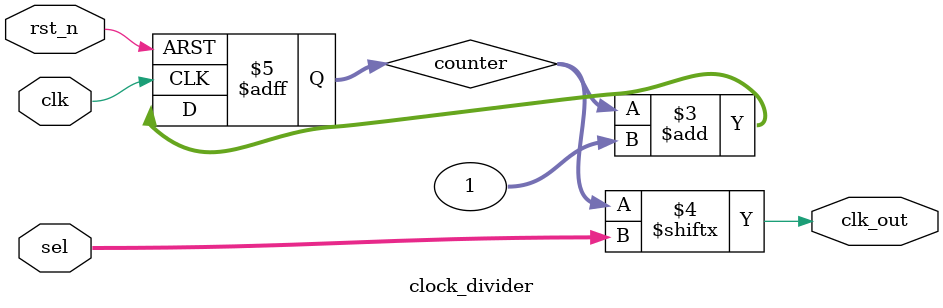
<source format=v>
`timescale 1ns / 1ps


module clock_divider(
        input clk,
        input rst_n,
        input [4:0] sel,
        output clk_out
    );
    
    reg [31:0] counter;

    always @(posedge clk or negedge rst_n) begin
        if (!rst_n) counter <= 0;
        else
            counter <= counter + 1;
    end
    assign clk_out = counter[sel];  
endmodule

</source>
